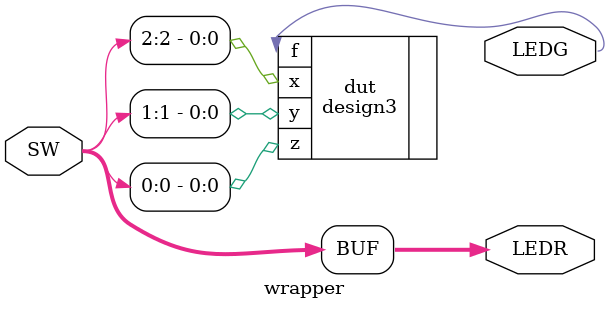
<source format=sv>
module wrapper (
  input logic [2:0] SW,
  output logic [2:0] LEDR,
  output logic [0:0] LEDG
);

design3 dut (
  .z(SW[0]),
  .y(SW[1]),
  .x(SW[2]),
  .f(LEDG[0])
);

assign LEDR = SW;

endmodule: wrapper

</source>
